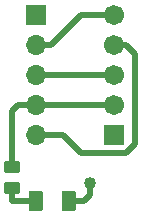
<source format=gbr>
%TF.GenerationSoftware,KiCad,Pcbnew,7.0.10-7.0.10~ubuntu22.04.1*%
%TF.CreationDate,2024-01-21T09:22:18-08:00*%
%TF.ProjectId,encoder_adapter,656e636f-6465-4725-9f61-646170746572,V1*%
%TF.SameCoordinates,Original*%
%TF.FileFunction,Copper,L2,Bot*%
%TF.FilePolarity,Positive*%
%FSLAX46Y46*%
G04 Gerber Fmt 4.6, Leading zero omitted, Abs format (unit mm)*
G04 Created by KiCad (PCBNEW 7.0.10-7.0.10~ubuntu22.04.1) date 2024-01-21 09:22:18*
%MOMM*%
%LPD*%
G01*
G04 APERTURE LIST*
G04 Aperture macros list*
%AMRoundRect*
0 Rectangle with rounded corners*
0 $1 Rounding radius*
0 $2 $3 $4 $5 $6 $7 $8 $9 X,Y pos of 4 corners*
0 Add a 4 corners polygon primitive as box body*
4,1,4,$2,$3,$4,$5,$6,$7,$8,$9,$2,$3,0*
0 Add four circle primitives for the rounded corners*
1,1,$1+$1,$2,$3*
1,1,$1+$1,$4,$5*
1,1,$1+$1,$6,$7*
1,1,$1+$1,$8,$9*
0 Add four rect primitives between the rounded corners*
20,1,$1+$1,$2,$3,$4,$5,0*
20,1,$1+$1,$4,$5,$6,$7,0*
20,1,$1+$1,$6,$7,$8,$9,0*
20,1,$1+$1,$8,$9,$2,$3,0*%
G04 Aperture macros list end*
%TA.AperFunction,ComponentPad*%
%ADD10R,1.701800X1.701800*%
%TD*%
%TA.AperFunction,ComponentPad*%
%ADD11C,1.701800*%
%TD*%
%TA.AperFunction,ComponentPad*%
%ADD12R,1.700000X1.700000*%
%TD*%
%TA.AperFunction,ComponentPad*%
%ADD13O,1.700000X1.700000*%
%TD*%
%TA.AperFunction,SMDPad,CuDef*%
%ADD14RoundRect,0.250000X-0.450000X0.262500X-0.450000X-0.262500X0.450000X-0.262500X0.450000X0.262500X0*%
%TD*%
%TA.AperFunction,SMDPad,CuDef*%
%ADD15RoundRect,0.250000X0.375000X0.625000X-0.375000X0.625000X-0.375000X-0.625000X0.375000X-0.625000X0*%
%TD*%
%TA.AperFunction,ViaPad*%
%ADD16C,1.016000*%
%TD*%
%TA.AperFunction,Conductor*%
%ADD17C,0.508000*%
%TD*%
G04 APERTURE END LIST*
D10*
%TO.P,J1,1,Pin_1*%
%TO.N,/GND*%
X131064000Y-106680000D03*
D11*
%TO.P,J1,2,Pin_2*%
%TO.N,/VCC*%
X131064000Y-104140000D03*
%TO.P,J1,3,Pin_3*%
%TO.N,/A*%
X131064000Y-101600000D03*
%TO.P,J1,4,Pin_4*%
%TO.N,/B*%
X131064000Y-99060000D03*
%TO.P,J1,5,Pin_5*%
%TO.N,/IDX*%
X131064000Y-96520000D03*
%TD*%
D12*
%TO.P,J2,1,Pin_1*%
%TO.N,/GND*%
X124460000Y-96520000D03*
D13*
%TO.P,J2,2,Pin_2*%
%TO.N,/IDX*%
X124460000Y-99060000D03*
%TO.P,J2,3,Pin_3*%
%TO.N,/A*%
X124460000Y-101600000D03*
%TO.P,J2,4,Pin_4*%
%TO.N,/VCC*%
X124460000Y-104140000D03*
%TO.P,J2,5,Pin_5*%
%TO.N,/B*%
X124460000Y-106680000D03*
%TD*%
D14*
%TO.P,R1,1*%
%TO.N,/VCC*%
X122428000Y-109323500D03*
%TO.P,R1,2*%
%TO.N,Net-(D1-Pad2)*%
X122428000Y-111148500D03*
%TD*%
D15*
%TO.P,D1,1,K*%
%TO.N,/GND*%
X127305489Y-112268000D03*
%TO.P,D1,2,A*%
%TO.N,Net-(D1-Pad2)*%
X124505489Y-112268000D03*
%TD*%
D16*
%TO.N,/GND*%
X129032000Y-110744000D03*
%TD*%
D17*
%TO.N,/GND*%
X129032000Y-110744000D02*
X129032000Y-111760000D01*
X129032000Y-111760000D02*
X128524000Y-112268000D01*
X128524000Y-112268000D02*
X127305489Y-112268000D01*
%TO.N,/VCC*%
X122428000Y-104648000D02*
X122428000Y-109323500D01*
X124460000Y-104140000D02*
X129032000Y-104140000D01*
X124460000Y-104140000D02*
X122936000Y-104140000D01*
X129032000Y-104140000D02*
X131064000Y-104140000D01*
X122936000Y-104140000D02*
X122428000Y-104648000D01*
%TO.N,/A*%
X124460000Y-101600000D02*
X131064000Y-101600000D01*
%TO.N,/B*%
X132842000Y-107442000D02*
X132842000Y-99822000D01*
X126746000Y-106680000D02*
X128270000Y-108204000D01*
X132080000Y-99060000D02*
X131064000Y-99060000D01*
X128270000Y-108204000D02*
X132080000Y-108204000D01*
X124460000Y-106680000D02*
X126746000Y-106680000D01*
X132842000Y-99822000D02*
X132080000Y-99060000D01*
X132080000Y-108204000D02*
X132842000Y-107442000D01*
%TO.N,/IDX*%
X124460000Y-99060000D02*
X125730000Y-99060000D01*
X125730000Y-99060000D02*
X128270000Y-96520000D01*
X128270000Y-96520000D02*
X131064000Y-96520000D01*
%TO.N,Net-(D1-Pad2)*%
X122428000Y-112268000D02*
X122428000Y-111148495D01*
X122428000Y-112268000D02*
X124505489Y-112268000D01*
%TD*%
M02*

</source>
